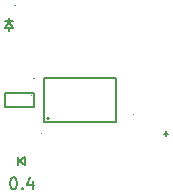
<source format=gto>
%TF.GenerationSoftware,KiCad,Pcbnew,9.0.6-9.0.6~ubuntu22.04.1*%
%TF.CreationDate,2026-01-23T17:01:18+00:00*%
%TF.ProjectId,vm_rgb_led,766d5f72-6762-45f6-9c65-642e6b696361,0.4*%
%TF.SameCoordinates,PX518a060PY47868c0*%
%TF.FileFunction,Legend,Top*%
%TF.FilePolarity,Positive*%
%FSLAX45Y45*%
G04 Gerber Fmt 4.5, Leading zero omitted, Abs format (unit mm)*
G04 Created by KiCad (PCBNEW 9.0.6-9.0.6~ubuntu22.04.1) date 2026-01-23 17:01:18*
%MOMM*%
%LPD*%
G01*
G04 APERTURE LIST*
%ADD10C,0.200000*%
%ADD11C,0.150000*%
%ADD12C,0.075000*%
G04 APERTURE END LIST*
D10*
X-613985Y-656722D02*
X-604461Y-656722D01*
X-604461Y-656722D02*
X-594938Y-661484D01*
X-594938Y-661484D02*
X-590176Y-666246D01*
X-590176Y-666246D02*
X-585414Y-675770D01*
X-585414Y-675770D02*
X-580652Y-694817D01*
X-580652Y-694817D02*
X-580652Y-718627D01*
X-580652Y-718627D02*
X-585414Y-737674D01*
X-585414Y-737674D02*
X-590176Y-747198D01*
X-590176Y-747198D02*
X-594938Y-751960D01*
X-594938Y-751960D02*
X-604461Y-756722D01*
X-604461Y-756722D02*
X-613985Y-756722D01*
X-613985Y-756722D02*
X-623509Y-751960D01*
X-623509Y-751960D02*
X-628271Y-747198D01*
X-628271Y-747198D02*
X-633033Y-737674D01*
X-633033Y-737674D02*
X-637795Y-718627D01*
X-637795Y-718627D02*
X-637795Y-694817D01*
X-637795Y-694817D02*
X-633033Y-675770D01*
X-633033Y-675770D02*
X-628271Y-666246D01*
X-628271Y-666246D02*
X-623509Y-661484D01*
X-623509Y-661484D02*
X-613985Y-656722D01*
X-537795Y-747198D02*
X-533033Y-751960D01*
X-533033Y-751960D02*
X-537795Y-756722D01*
X-537795Y-756722D02*
X-542557Y-751960D01*
X-542557Y-751960D02*
X-537795Y-747198D01*
X-537795Y-747198D02*
X-537795Y-756722D01*
X-447318Y-690055D02*
X-447318Y-756722D01*
X-471128Y-651960D02*
X-494937Y-723388D01*
X-494937Y-723388D02*
X-433033Y-723388D01*
%TO.C,U2*%
D11*
X-437500Y-57500D02*
X-682500Y-57500D01*
X-682500Y57500D01*
X-437500Y57500D01*
X-437500Y-57500D01*
D12*
X-453750Y37500D02*
G75*
G02*
X-461250Y37500I-3750J0D01*
G01*
X-461250Y37500D02*
G75*
G02*
X-453750Y37500I3750J0D01*
G01*
X-433750Y182500D02*
G75*
G02*
X-441250Y182500I-3750J0D01*
G01*
X-441250Y182500D02*
G75*
G02*
X-433750Y182500I3750J0D01*
G01*
D11*
%TO.C,D1*%
X-570000Y-552500D02*
X-570000Y-487500D01*
X-565000Y-520000D02*
X-510000Y-487500D01*
X-565000Y-520000D02*
X-510000Y-552500D01*
X-510000Y-552500D02*
X-510000Y-487500D01*
D12*
X-653750Y-467500D02*
G75*
G02*
X-661250Y-467500I-3750J0D01*
G01*
X-661250Y-467500D02*
G75*
G02*
X-653750Y-467500I3750J0D01*
G01*
%TO.C,U1*%
D11*
X-350500Y187500D02*
X254500Y187500D01*
X254500Y-187500D01*
X-350500Y-187500D01*
X-350500Y187500D01*
D12*
X-369250Y-287500D02*
G75*
G02*
X-376750Y-287500I-3750J0D01*
G01*
X-376750Y-287500D02*
G75*
G02*
X-369250Y-287500I3750J0D01*
G01*
D11*
X-313000Y-157500D02*
G75*
G02*
X-328000Y-157500I-7500J0D01*
G01*
X-328000Y-157500D02*
G75*
G02*
X-313000Y-157500I7500J0D01*
G01*
%TO.C,D2*%
X-682500Y667500D02*
X-617500Y667500D01*
X-682500Y607500D02*
X-617500Y607500D01*
X-650000Y695000D02*
X-650000Y665000D01*
X-650000Y662500D02*
X-682500Y607500D01*
X-650000Y662500D02*
X-617500Y607500D01*
X-650000Y607500D02*
X-650000Y585000D01*
D12*
X-596250Y800000D02*
G75*
G02*
X-603750Y800000I-3750J0D01*
G01*
X-603750Y800000D02*
G75*
G02*
X-596250Y800000I3750J0D01*
G01*
D11*
%TO.C,D3*%
X663750Y-286250D02*
X701250Y-286250D01*
X682500Y-267500D02*
X682500Y-305000D01*
D12*
X411250Y-127500D02*
G75*
G02*
X403750Y-127500I-3750J0D01*
G01*
X403750Y-127500D02*
G75*
G02*
X411250Y-127500I3750J0D01*
G01*
%TD*%
M02*

</source>
